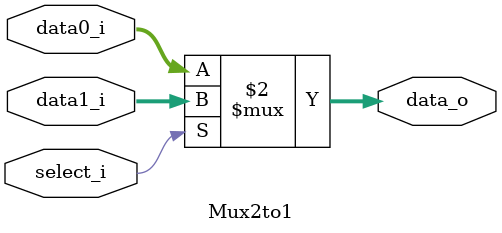
<source format=v>
module Mux2to1 (
    data0_i,
    data1_i,
    select_i,
    data_o
);

  parameter size = 0;

  //I/O ports
  input [size-1:0] data0_i;
  input [size-1:0] data1_i;
  input select_i;

  output [size-1:0] data_o;

  //Internal Signals
  wire [size-1:0] data_o;

  //Main function
  /*your code here*/

assign data_o = (select_i == 1'b0) ? data0_i : data1_i;


endmodule

</source>
